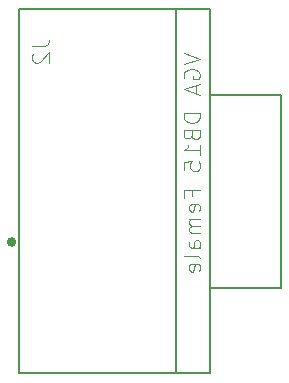
<source format=gbr>
%TF.GenerationSoftware,KiCad,Pcbnew,(5.0.1-3-g963ef8bb5)*%
%TF.CreationDate,2019-01-11T00:28:31-08:00*%
%TF.ProjectId,vga_i2c,7667615F6932632E6B696361645F7063,rev?*%
%TF.SameCoordinates,Original*%
%TF.FileFunction,Legend,Bot*%
%TF.FilePolarity,Positive*%
%FSLAX46Y46*%
G04 Gerber Fmt 4.6, Leading zero omitted, Abs format (unit mm)*
G04 Created by KiCad (PCBNEW (5.0.1-3-g963ef8bb5)) date Friday, January 11, 2019 at 12:28:31 AM*
%MOMM*%
%LPD*%
G01*
G04 APERTURE LIST*
%ADD10C,0.127000*%
%ADD11C,0.400000*%
%ADD12C,0.050000*%
G04 APERTURE END LIST*
D10*
X120015000Y-77702500D02*
X120015000Y-84932500D01*
X120015000Y-77702500D02*
X120015000Y-61362500D01*
X120015000Y-54132500D02*
X120015000Y-61362500D01*
X120015000Y-61362500D02*
X126025000Y-61362500D01*
X126025000Y-61362500D02*
X126025000Y-77702500D01*
X126025000Y-77702500D02*
X120015000Y-77702500D01*
X120015000Y-84932500D02*
X117065000Y-84932500D01*
X117065000Y-84932500D02*
X103785000Y-84932500D01*
X103785000Y-84932500D02*
X103785000Y-54132500D01*
X103785000Y-54132500D02*
X117065000Y-54132500D01*
X117065000Y-54132500D02*
X120015000Y-54132500D01*
X117065000Y-84932500D02*
X117065000Y-54132500D01*
D11*
X103379000Y-73832500D02*
G75*
G03X103379000Y-73832500I-200000J0D01*
G01*
D12*
X104946780Y-57241310D02*
X105948545Y-57241310D01*
X106148897Y-57174525D01*
X106282466Y-57040957D01*
X106349250Y-56840604D01*
X106349250Y-56707035D01*
X105080349Y-57842368D02*
X105013565Y-57909152D01*
X104946780Y-58042721D01*
X104946780Y-58376642D01*
X105013565Y-58510211D01*
X105080349Y-58576995D01*
X105213917Y-58643780D01*
X105347486Y-58643780D01*
X105547839Y-58576995D01*
X106349250Y-57775584D01*
X106349250Y-58643780D01*
X117748994Y-57848632D02*
X119150344Y-58315748D01*
X117748994Y-58782865D01*
X117815725Y-59984022D02*
X117748994Y-59850560D01*
X117748994Y-59650367D01*
X117815725Y-59450175D01*
X117949186Y-59316713D01*
X118082648Y-59249982D01*
X118349572Y-59183251D01*
X118549765Y-59183251D01*
X118816689Y-59249982D01*
X118950151Y-59316713D01*
X119083613Y-59450175D01*
X119150344Y-59650367D01*
X119150344Y-59783829D01*
X119083613Y-59984022D01*
X119016882Y-60050753D01*
X118549765Y-60050753D01*
X118549765Y-59783829D01*
X118749958Y-60584601D02*
X118749958Y-61251910D01*
X119150344Y-60451139D02*
X117748994Y-60918255D01*
X119150344Y-61385372D01*
X119150344Y-62920184D02*
X117748994Y-62920184D01*
X117748994Y-63253839D01*
X117815725Y-63454032D01*
X117949186Y-63587494D01*
X118082648Y-63654225D01*
X118349572Y-63720955D01*
X118549765Y-63720955D01*
X118816689Y-63654225D01*
X118950151Y-63587494D01*
X119083613Y-63454032D01*
X119150344Y-63253839D01*
X119150344Y-62920184D01*
X118416303Y-64788651D02*
X118483034Y-64988844D01*
X118549765Y-65055575D01*
X118683227Y-65122305D01*
X118883420Y-65122305D01*
X119016882Y-65055575D01*
X119083613Y-64988844D01*
X119150344Y-64855382D01*
X119150344Y-64321534D01*
X117748994Y-64321534D01*
X117748994Y-64788651D01*
X117815725Y-64922113D01*
X117882455Y-64988844D01*
X118015917Y-65055575D01*
X118149379Y-65055575D01*
X118282841Y-64988844D01*
X118349572Y-64922113D01*
X118416303Y-64788651D01*
X118416303Y-64321534D01*
X119150344Y-66456925D02*
X119150344Y-65656153D01*
X119150344Y-66056539D02*
X117748994Y-66056539D01*
X117949186Y-65923077D01*
X118082648Y-65789615D01*
X118149379Y-65656153D01*
X117748994Y-67724813D02*
X117748994Y-67057503D01*
X118416303Y-66990772D01*
X118349572Y-67057503D01*
X118282841Y-67190965D01*
X118282841Y-67524620D01*
X118349572Y-67658082D01*
X118416303Y-67724813D01*
X118549765Y-67791544D01*
X118883420Y-67791544D01*
X119016882Y-67724813D01*
X119083613Y-67658082D01*
X119150344Y-67524620D01*
X119150344Y-67190965D01*
X119083613Y-67057503D01*
X119016882Y-66990772D01*
X118416303Y-69926934D02*
X118416303Y-69459817D01*
X119150344Y-69459817D02*
X117748994Y-69459817D01*
X117748994Y-70127127D01*
X119083613Y-71194822D02*
X119150344Y-71061360D01*
X119150344Y-70794436D01*
X119083613Y-70660975D01*
X118950151Y-70594244D01*
X118416303Y-70594244D01*
X118282841Y-70660975D01*
X118216110Y-70794436D01*
X118216110Y-71061360D01*
X118282841Y-71194822D01*
X118416303Y-71261553D01*
X118549765Y-71261553D01*
X118683227Y-70594244D01*
X119150344Y-71862132D02*
X118216110Y-71862132D01*
X118349572Y-71862132D02*
X118282841Y-71928863D01*
X118216110Y-72062325D01*
X118216110Y-72262517D01*
X118282841Y-72395979D01*
X118416303Y-72462710D01*
X119150344Y-72462710D01*
X118416303Y-72462710D02*
X118282841Y-72529441D01*
X118216110Y-72662903D01*
X118216110Y-72863096D01*
X118282841Y-72996558D01*
X118416303Y-73063289D01*
X119150344Y-73063289D01*
X119150344Y-74331177D02*
X118416303Y-74331177D01*
X118282841Y-74264446D01*
X118216110Y-74130984D01*
X118216110Y-73864060D01*
X118282841Y-73730598D01*
X119083613Y-74331177D02*
X119150344Y-74197715D01*
X119150344Y-73864060D01*
X119083613Y-73730598D01*
X118950151Y-73663867D01*
X118816689Y-73663867D01*
X118683227Y-73730598D01*
X118616496Y-73864060D01*
X118616496Y-74197715D01*
X118549765Y-74331177D01*
X119150344Y-75198679D02*
X119083613Y-75065217D01*
X118950151Y-74998486D01*
X117748994Y-74998486D01*
X119083613Y-76266375D02*
X119150344Y-76132913D01*
X119150344Y-75865989D01*
X119083613Y-75732527D01*
X118950151Y-75665796D01*
X118416303Y-75665796D01*
X118282841Y-75732527D01*
X118216110Y-75865989D01*
X118216110Y-76132913D01*
X118282841Y-76266375D01*
X118416303Y-76333105D01*
X118549765Y-76333105D01*
X118683227Y-75665796D01*
M02*

</source>
